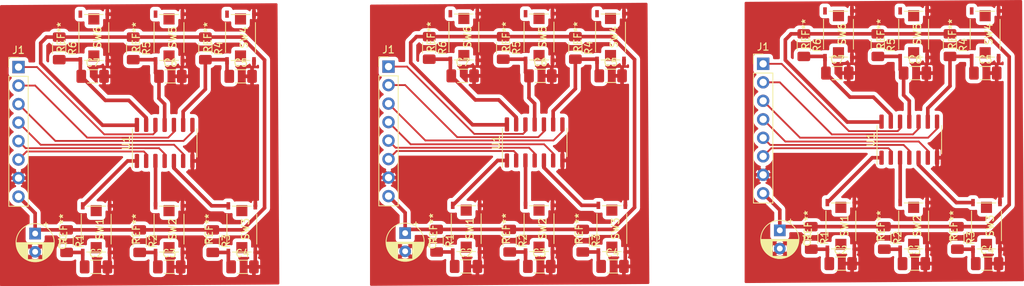
<source format=kicad_pcb>
(kicad_pcb (version 20171130) (host pcbnew "(5.1.9)-1")
  (layers (0 F.Cu signal) (31 B.Cu signal) (34 B.Paste user) (35 F.Paste user) (36 B.SilkS user) (37 F.SilkS user) (38 B.Mask user) (39 F.Mask user) (44 Edge.Cuts user))
  (net 0 "")
  (net 1 "Net-(C2-Pad1)")
  (net 2 +3V3)
  (net 3 GND)
  (net 4 "Net-(C3-Pad1)")
  (net 5 "Net-(C4-Pad1)")
  (net 6 "Net-(C5-Pad1)")
  (net 7 "Net-(C6-Pad1)")
  (net 8 "Net-(C7-Pad1)")
  (net 9 D1)
  (net 10 D6)
  (net 11 D5)
  (net 12 D4)
  (net 13 D3)
  (net 14 D2)
  (module Resistor_SMD:R_1206_3216Metric_Pad1.30x1.75mm_HandSolder (layer F.Cu) (at 162.941 35.8515 270)
    (fp_text reference R4 (at 0 -1.82 90) (layer F.SilkS))
    (fp_text value R)
    (pad 2 smd roundrect (at 1.55 0 270) (size 1.3 1.75) (layers F.Cu F.Paste F.Mask) (roundrect_rratio 0.192308))
    (pad 1 smd roundrect (at -1.55 0 270) (size 1.3 1.75) (layers F.Cu F.Paste F.Mask) (roundrect_rratio 0.192308))
  )
  (module Resistor_SMD:R_1206_3216Metric_Pad1.30x1.75mm_HandSolder (layer F.Cu) (at 142.875 35.8515 270)
    (fp_text reference R6 (at 0 -1.82 90) (layer F.SilkS))
    (fp_text value R)
    (pad 2 smd roundrect (at 1.55 0 270) (size 1.3 1.75) (layers F.Cu F.Paste F.Mask) (roundrect_rratio 0.192308))
    (pad 1 smd roundrect (at -1.55 0 270) (size 1.3 1.75) (layers F.Cu F.Paste F.Mask) (roundrect_rratio 0.192308))
  )
  (module Capacitor_SMD:C_1206_3216Metric_Pad1.33x1.80mm_HandSolder (layer F.Cu) (at 157.988 65.8495)
    (fp_text reference C3 (at 0 -1.85) (layer F.SilkS))
    (fp_text value C)
    (pad 2 smd roundrect (at 1.5625 0) (size 1.325 1.8) (layers F.Cu F.Paste F.Mask) (roundrect_rratio 0.188679))
    (pad 1 smd roundrect (at -1.5625 0) (size 1.325 1.8) (layers F.Cu F.Paste F.Mask) (roundrect_rratio 0.188679))
  )
  (module Resistor_SMD:R_1206_3216Metric_Pad1.30x1.75mm_HandSolder (layer F.Cu) (at 143.891 62.3195 270)
    (fp_text reference R1 (at 0 -1.82 90) (layer F.SilkS))
    (fp_text value R)
    (pad 2 smd roundrect (at 1.55 0 270) (size 1.3 1.75) (layers F.Cu F.Paste F.Mask) (roundrect_rratio 0.192308))
    (pad 1 smd roundrect (at -1.55 0 270) (size 1.3 1.75) (layers F.Cu F.Paste F.Mask) (roundrect_rratio 0.192308))
  )
  (module Capacitor_SMD:C_1206_3216Metric_Pad1.33x1.80mm_HandSolder (layer F.Cu) (at 147.9335 65.8495)
    (fp_text reference C2 (at 0 -1.85) (layer F.SilkS))
    (fp_text value C)
    (pad 2 smd roundrect (at 1.5625 0) (size 1.325 1.8) (layers F.Cu F.Paste F.Mask) (roundrect_rratio 0.188679))
    (pad 1 smd roundrect (at -1.5625 0) (size 1.325 1.8) (layers F.Cu F.Paste F.Mask) (roundrect_rratio 0.188679))
  )
  (module Resistor_SMD:R_1206_3216Metric_Pad1.30x1.75mm_HandSolder (layer F.Cu) (at 153.924 62.3195 270)
    (fp_text reference R2 (at 0 -1.82 90) (layer F.SilkS))
    (fp_text value R)
    (pad 2 smd roundrect (at 1.55 0 270) (size 1.3 1.75) (layers F.Cu F.Paste F.Mask) (roundrect_rratio 0.192308))
    (pad 1 smd roundrect (at -1.55 0 270) (size 1.3 1.75) (layers F.Cu F.Paste F.Mask) (roundrect_rratio 0.192308))
  )
  (module Capacitor_THT:CP_Radial_D5.0mm_P2.50mm (layer F.Cu) (at 139.573 61.2775 270)
    (fp_text reference C1 (at 1.25 -3.75 90) (layer F.SilkS))
    (fp_text value CP)
    (pad 2 thru_hole circle (at 2.5 0 270) (size 1.6 1.6) (drill 0.8) (layers *.Cu *.Mask))
    (pad 1 thru_hole rect (at 0 0 270) (size 1.6 1.6) (drill 0.8) (layers *.Cu *.Mask))
  )
  (module Capacitor_SMD:C_1206_3216Metric_Pad1.33x1.80mm_HandSolder (layer F.Cu) (at 167.7885 39.6875)
    (fp_text reference C5 (at 0 -1.85) (layer F.SilkS))
    (fp_text value C)
    (pad 2 smd roundrect (at 1.5625 0) (size 1.325 1.8) (layers F.Cu F.Paste F.Mask) (roundrect_rratio 0.188679))
    (pad 1 smd roundrect (at -1.5625 0) (size 1.325 1.8) (layers F.Cu F.Paste F.Mask) (roundrect_rratio 0.188679))
  )
  (module Capacitor_SMD:C_1206_3216Metric_Pad1.33x1.80mm_HandSolder (layer F.Cu) (at 168.0425 65.8495)
    (fp_text reference C4 (at 0 -1.85) (layer F.SilkS))
    (fp_text value C)
    (pad 2 smd roundrect (at 1.5625 0) (size 1.325 1.8) (layers F.Cu F.Paste F.Mask) (roundrect_rratio 0.188679))
    (pad 1 smd roundrect (at -1.5625 0) (size 1.325 1.8) (layers F.Cu F.Paste F.Mask) (roundrect_rratio 0.188679))
  )
  (module Package_SO:SOIC-14_3.9x8.7mm_P1.27mm (layer F.Cu) (at 157.353 48.8315 90)
    (fp_text reference U1 (at 0 -5.28 90) (layer F.SilkS))
    (fp_text value 74HC14)
    (pad 14 smd roundrect (at 2.475 -3.81 90) (size 1.95 0.6) (layers F.Cu F.Paste F.Mask))
    (pad 13 smd roundrect (at 2.475 -2.54 90) (size 1.95 0.6) (layers F.Cu F.Paste F.Mask))
    (pad 12 smd roundrect (at 2.475 -1.27 90) (size 1.95 0.6) (layers F.Cu F.Paste F.Mask))
    (pad 11 smd roundrect (at 2.475 0 90) (size 1.95 0.6) (layers F.Cu F.Paste F.Mask))
    (pad 10 smd roundrect (at 2.475 1.27 90) (size 1.95 0.6) (layers F.Cu F.Paste F.Mask))
    (pad 9 smd roundrect (at 2.475 2.54 90) (size 1.95 0.6) (layers F.Cu F.Paste F.Mask))
    (pad 8 smd roundrect (at 2.475 3.81 90) (size 1.95 0.6) (layers F.Cu F.Paste F.Mask))
    (pad 7 smd roundrect (at -2.475 3.81 90) (size 1.95 0.6) (layers F.Cu F.Paste F.Mask))
    (pad 6 smd roundrect (at -2.475 2.54 90) (size 1.95 0.6) (layers F.Cu F.Paste F.Mask))
    (pad 5 smd roundrect (at -2.475 1.27 90) (size 1.95 0.6) (layers F.Cu F.Paste F.Mask))
    (pad 4 smd roundrect (at -2.475 0 90) (size 1.95 0.6) (layers F.Cu F.Paste F.Mask))
    (pad 3 smd roundrect (at -2.475 -1.27 90) (size 1.95 0.6) (layers F.Cu F.Paste F.Mask))
    (pad 2 smd roundrect (at -2.475 -2.54 90) (size 1.95 0.6) (layers F.Cu F.Paste F.Mask))
    (pad 1 smd roundrect (at -2.475 -3.81 90) (size 1.95 0.6) (layers F.Cu F.Paste F.Mask))
  )
  (module Resistor_SMD:R_1206_3216Metric_Pad1.30x1.75mm_HandSolder (layer F.Cu) (at 163.957 62.3195 270)
    (fp_text reference R3 (at 0 -1.82 90) (layer F.SilkS))
    (fp_text value R)
    (pad 2 smd roundrect (at 1.55 0 270) (size 1.3 1.75) (layers F.Cu F.Paste F.Mask) (roundrect_rratio 0.192308))
    (pad 1 smd roundrect (at -1.55 0 270) (size 1.3 1.75) (layers F.Cu F.Paste F.Mask) (roundrect_rratio 0.192308))
  )
  (module Connector_PinHeader_2.54mm:PinHeader_1x08_P2.54mm_Vertical (layer F.Cu) (at 137.287 38.4175)
    (fp_text reference J1 (at 0 -2.33) (layer F.SilkS))
    (fp_text value Conn_01x08_Male)
    (pad 8 thru_hole oval (at 0 17.78) (size 1.7 1.7) (drill 1) (layers *.Cu *.Mask))
    (pad 7 thru_hole oval (at 0 15.24) (size 1.7 1.7) (drill 1) (layers *.Cu *.Mask))
    (pad 6 thru_hole oval (at 0 12.7) (size 1.7 1.7) (drill 1) (layers *.Cu *.Mask))
    (pad 5 thru_hole oval (at 0 10.16) (size 1.7 1.7) (drill 1) (layers *.Cu *.Mask))
    (pad 4 thru_hole oval (at 0 7.62) (size 1.7 1.7) (drill 1) (layers *.Cu *.Mask))
    (pad 3 thru_hole oval (at 0 5.08) (size 1.7 1.7) (drill 1) (layers *.Cu *.Mask))
    (pad 2 thru_hole oval (at 0 2.54) (size 1.7 1.7) (drill 1) (layers *.Cu *.Mask))
    (pad 1 thru_hole rect (at 0 0) (size 1.7 1.7) (drill 1) (layers *.Cu *.Mask))
  )
  (module Resistor_SMD:R_1206_3216Metric_Pad1.30x1.75mm_HandSolder (layer F.Cu) (at 153.035 35.8515 270)
    (fp_text reference R5 (at 0 -1.82 90) (layer F.SilkS))
    (fp_text value R)
    (pad 2 smd roundrect (at 1.55 0 270) (size 1.3 1.75) (layers F.Cu F.Paste F.Mask) (roundrect_rratio 0.192308))
    (pad 1 smd roundrect (at -1.55 0 270) (size 1.3 1.75) (layers F.Cu F.Paste F.Mask) (roundrect_rratio 0.192308))
  )
  (module Capacitor_SMD:C_1206_3216Metric_Pad1.33x1.80mm_HandSolder (layer F.Cu) (at 147.4685 39.6875)
    (fp_text reference C7 (at 0 -1.85) (layer F.SilkS))
    (fp_text value C)
    (pad 2 smd roundrect (at 1.5625 0) (size 1.325 1.8) (layers F.Cu F.Paste F.Mask) (roundrect_rratio 0.188679))
    (pad 1 smd roundrect (at -1.5625 0) (size 1.325 1.8) (layers F.Cu F.Paste F.Mask) (roundrect_rratio 0.188679))
  )
  (module Button_Switch_SMD:SW_SPST_SMD_6.4_3.7_v2 (layer F.Cu) (at 147.955 60.6675 90)
    (fp_text reference SW1 (at 0 0.5 90) (layer F.SilkS))
    (fp_text value SW_Push)
    (fp_text user REF** (at 0 -4.5 90) (layer F.SilkS))
    (pad 3 smd rect (at 2.54 0 90) (size 1.524 1.524) (layers F.Cu F.Paste F.Mask))
    (pad 3 smd rect (at -2.54 0 90) (size 1.524 1.524) (layers F.Cu F.Paste F.Mask))
    (pad 2 smd rect (at 3.2 1.85 90) (size 1 0.5) (layers F.Cu F.Paste F.Mask))
    (pad 2 smd rect (at -3.2 1.85 90) (size 1 0.5) (layers F.Cu F.Paste F.Mask))
    (pad 1 smd rect (at 3.2 -1.85 90) (size 1 0.5) (layers F.Cu F.Paste F.Mask))
    (pad 1 smd rect (at -3.2 -1.85 90) (size 1 0.5) (layers F.Cu F.Paste F.Mask))
  )
  (module Button_Switch_SMD:SW_SPST_SMD_6.4_3.7_v2 (layer F.Cu) (at 157.952 34.3535 90)
    (fp_text reference SW5 (at 0 0.5 90) (layer F.SilkS))
    (fp_text value SW_Push)
    (fp_text user REF** (at 0 -4.5 90) (layer F.SilkS))
    (pad 3 smd rect (at 2.54 0 90) (size 1.524 1.524) (layers F.Cu F.Paste F.Mask))
    (pad 3 smd rect (at -2.54 0 90) (size 1.524 1.524) (layers F.Cu F.Paste F.Mask))
    (pad 2 smd rect (at 3.2 1.85 90) (size 1 0.5) (layers F.Cu F.Paste F.Mask))
    (pad 2 smd rect (at -3.2 1.85 90) (size 1 0.5) (layers F.Cu F.Paste F.Mask))
    (pad 1 smd rect (at 3.2 -1.85 90) (size 1 0.5) (layers F.Cu F.Paste F.Mask))
    (pad 1 smd rect (at -3.2 -1.85 90) (size 1 0.5) (layers F.Cu F.Paste F.Mask))
  )
  (module Button_Switch_SMD:SW_SPST_SMD_6.4_3.7_v2 (layer F.Cu) (at 147.629 34.3535 90)
    (fp_text reference SW6 (at 0 0.5 90) (layer F.SilkS))
    (fp_text value SW_Push)
    (fp_text user REF** (at 0 -4.5 90) (layer F.SilkS))
    (pad 3 smd rect (at 2.54 0 90) (size 1.524 1.524) (layers F.Cu F.Paste F.Mask))
    (pad 3 smd rect (at -2.54 0 90) (size 1.524 1.524) (layers F.Cu F.Paste F.Mask))
    (pad 2 smd rect (at 3.2 1.85 90) (size 1 0.5) (layers F.Cu F.Paste F.Mask))
    (pad 2 smd rect (at -3.2 1.85 90) (size 1 0.5) (layers F.Cu F.Paste F.Mask))
    (pad 1 smd rect (at 3.2 -1.85 90) (size 1 0.5) (layers F.Cu F.Paste F.Mask))
    (pad 1 smd rect (at -3.2 -1.85 90) (size 1 0.5) (layers F.Cu F.Paste F.Mask))
  )
  (module Button_Switch_SMD:SW_SPST_SMD_6.4_3.7_v2 (layer F.Cu) (at 167.767 34.3535 90)
    (fp_text reference SW4 (at 0 0.5 90) (layer F.SilkS))
    (fp_text value SW_Push)
    (fp_text user REF** (at 0 -4.5 90) (layer F.SilkS))
    (pad 3 smd rect (at 2.54 0 90) (size 1.524 1.524) (layers F.Cu F.Paste F.Mask))
    (pad 3 smd rect (at -2.54 0 90) (size 1.524 1.524) (layers F.Cu F.Paste F.Mask))
    (pad 2 smd rect (at 3.2 1.85 90) (size 1 0.5) (layers F.Cu F.Paste F.Mask))
    (pad 2 smd rect (at -3.2 1.85 90) (size 1 0.5) (layers F.Cu F.Paste F.Mask))
    (pad 1 smd rect (at 3.2 -1.85 90) (size 1 0.5) (layers F.Cu F.Paste F.Mask))
    (pad 1 smd rect (at -3.2 -1.85 90) (size 1 0.5) (layers F.Cu F.Paste F.Mask))
  )
  (module Button_Switch_SMD:SW_SPST_SMD_6.4_3.7_v2 (layer F.Cu) (at 157.952 60.6675 90)
    (fp_text reference SW2 (at 0 0.5 90) (layer F.SilkS))
    (fp_text value SW_Push)
    (fp_text user REF** (at 0 -4.5 90) (layer F.SilkS))
    (pad 3 smd rect (at 2.54 0 90) (size 1.524 1.524) (layers F.Cu F.Paste F.Mask))
    (pad 3 smd rect (at -2.54 0 90) (size 1.524 1.524) (layers F.Cu F.Paste F.Mask))
    (pad 2 smd rect (at 3.2 1.85 90) (size 1 0.5) (layers F.Cu F.Paste F.Mask))
    (pad 2 smd rect (at -3.2 1.85 90) (size 1 0.5) (layers F.Cu F.Paste F.Mask))
    (pad 1 smd rect (at 3.2 -1.85 90) (size 1 0.5) (layers F.Cu F.Paste F.Mask))
    (pad 1 smd rect (at -3.2 -1.85 90) (size 1 0.5) (layers F.Cu F.Paste F.Mask))
  )
  (module Button_Switch_SMD:SW_SPST_SMD_6.4_3.7_v2 (layer F.Cu) (at 167.949 60.6675 90)
    (fp_text reference SW3 (at 0 0.5 90) (layer F.SilkS))
    (fp_text value SW_Push)
    (fp_text user REF** (at 0 -4.5 90) (layer F.SilkS))
    (pad 3 smd rect (at 2.54 0 90) (size 1.524 1.524) (layers F.Cu F.Paste F.Mask))
    (pad 3 smd rect (at -2.54 0 90) (size 1.524 1.524) (layers F.Cu F.Paste F.Mask))
    (pad 2 smd rect (at 3.2 1.85 90) (size 1 0.5) (layers F.Cu F.Paste F.Mask))
    (pad 2 smd rect (at -3.2 1.85 90) (size 1 0.5) (layers F.Cu F.Paste F.Mask))
    (pad 1 smd rect (at 3.2 -1.85 90) (size 1 0.5) (layers F.Cu F.Paste F.Mask))
    (pad 1 smd rect (at -3.2 -1.85 90) (size 1 0.5) (layers F.Cu F.Paste F.Mask))
  )
  (module Capacitor_SMD:C_1206_3216Metric_Pad1.33x1.80mm_HandSolder (layer F.Cu) (at 158.1365 39.6875)
    (fp_text reference C6 (at 0 -1.85) (layer F.SilkS))
    (fp_text value C)
    (pad 2 smd roundrect (at 1.5625 0) (size 1.325 1.8) (layers F.Cu F.Paste F.Mask) (roundrect_rratio 0.188679))
    (pad 1 smd roundrect (at -1.5625 0) (size 1.325 1.8) (layers F.Cu F.Paste F.Mask) (roundrect_rratio 0.188679))
  )
  (module Capacitor_SMD:C_1206_3216Metric_Pad1.33x1.80mm_HandSolder (layer F.Cu) (at 106.7015 40.0685)
    (fp_text reference C6 (at 0 -1.85) (layer F.SilkS))
    (fp_text value C)
    (pad 1 smd roundrect (at -1.5625 0) (size 1.325 1.8) (layers F.Cu F.Paste F.Mask) (roundrect_rratio 0.188679))
    (pad 2 smd roundrect (at 1.5625 0) (size 1.325 1.8) (layers F.Cu F.Paste F.Mask) (roundrect_rratio 0.188679))
  )
  (module Capacitor_SMD:C_1206_3216Metric_Pad1.33x1.80mm_HandSolder (layer F.Cu) (at 116.3535 40.0685)
    (fp_text reference C5 (at 0 -1.85) (layer F.SilkS))
    (fp_text value C)
    (pad 1 smd roundrect (at -1.5625 0) (size 1.325 1.8) (layers F.Cu F.Paste F.Mask) (roundrect_rratio 0.188679))
    (pad 2 smd roundrect (at 1.5625 0) (size 1.325 1.8) (layers F.Cu F.Paste F.Mask) (roundrect_rratio 0.188679))
  )
  (module Capacitor_SMD:C_1206_3216Metric_Pad1.33x1.80mm_HandSolder (layer F.Cu) (at 116.6075 66.2305)
    (fp_text reference C4 (at 0 -1.85) (layer F.SilkS))
    (fp_text value C)
    (pad 1 smd roundrect (at -1.5625 0) (size 1.325 1.8) (layers F.Cu F.Paste F.Mask) (roundrect_rratio 0.188679))
    (pad 2 smd roundrect (at 1.5625 0) (size 1.325 1.8) (layers F.Cu F.Paste F.Mask) (roundrect_rratio 0.188679))
  )
  (module Capacitor_SMD:C_1206_3216Metric_Pad1.33x1.80mm_HandSolder (layer F.Cu) (at 106.553 66.2305)
    (fp_text reference C3 (at 0 -1.85) (layer F.SilkS))
    (fp_text value C)
    (pad 1 smd roundrect (at -1.5625 0) (size 1.325 1.8) (layers F.Cu F.Paste F.Mask) (roundrect_rratio 0.188679))
    (pad 2 smd roundrect (at 1.5625 0) (size 1.325 1.8) (layers F.Cu F.Paste F.Mask) (roundrect_rratio 0.188679))
  )
  (module Resistor_SMD:R_1206_3216Metric_Pad1.30x1.75mm_HandSolder (layer F.Cu) (at 111.506 36.2325 270)
    (fp_text reference R4 (at 0 -1.82 90) (layer F.SilkS))
    (fp_text value R)
    (pad 1 smd roundrect (at -1.55 0 270) (size 1.3 1.75) (layers F.Cu F.Paste F.Mask) (roundrect_rratio 0.192308))
    (pad 2 smd roundrect (at 1.55 0 270) (size 1.3 1.75) (layers F.Cu F.Paste F.Mask) (roundrect_rratio 0.192308))
  )
  (module Capacitor_SMD:C_1206_3216Metric_Pad1.33x1.80mm_HandSolder (layer F.Cu) (at 96.4985 66.2305)
    (fp_text reference C2 (at 0 -1.85) (layer F.SilkS))
    (fp_text value C)
    (pad 1 smd roundrect (at -1.5625 0) (size 1.325 1.8) (layers F.Cu F.Paste F.Mask) (roundrect_rratio 0.188679))
    (pad 2 smd roundrect (at 1.5625 0) (size 1.325 1.8) (layers F.Cu F.Paste F.Mask) (roundrect_rratio 0.188679))
  )
  (module Resistor_SMD:R_1206_3216Metric_Pad1.30x1.75mm_HandSolder (layer F.Cu) (at 91.44 36.2325 270)
    (fp_text reference R6 (at 0 -1.82 90) (layer F.SilkS))
    (fp_text value R)
    (pad 1 smd roundrect (at -1.55 0 270) (size 1.3 1.75) (layers F.Cu F.Paste F.Mask) (roundrect_rratio 0.192308))
    (pad 2 smd roundrect (at 1.55 0 270) (size 1.3 1.75) (layers F.Cu F.Paste F.Mask) (roundrect_rratio 0.192308))
  )
  (module Capacitor_THT:CP_Radial_D5.0mm_P2.50mm (layer F.Cu) (at 88.138 61.6585 270)
    (fp_text reference C1 (at 1.25 -3.75 90) (layer F.SilkS))
    (fp_text value CP)
    (pad 1 thru_hole rect (at 0 0 270) (size 1.6 1.6) (drill 0.8) (layers *.Cu *.Mask))
    (pad 2 thru_hole circle (at 2.5 0 270) (size 1.6 1.6) (drill 0.8) (layers *.Cu *.Mask))
  )
  (module Resistor_SMD:R_1206_3216Metric_Pad1.30x1.75mm_HandSolder (layer F.Cu) (at 102.489 62.7005 270)
    (fp_text reference R2 (at 0 -1.82 90) (layer F.SilkS))
    (fp_text value R)
    (pad 1 smd roundrect (at -1.55 0 270) (size 1.3 1.75) (layers F.Cu F.Paste F.Mask) (roundrect_rratio 0.192308))
    (pad 2 smd roundrect (at 1.55 0 270) (size 1.3 1.75) (layers F.Cu F.Paste F.Mask) (roundrect_rratio 0.192308))
  )
  (module Resistor_SMD:R_1206_3216Metric_Pad1.30x1.75mm_HandSolder (layer F.Cu) (at 92.456 62.7005 270)
    (fp_text reference R1 (at 0 -1.82 90) (layer F.SilkS))
    (fp_text value R)
    (pad 1 smd roundrect (at -1.55 0 270) (size 1.3 1.75) (layers F.Cu F.Paste F.Mask) (roundrect_rratio 0.192308))
    (pad 2 smd roundrect (at 1.55 0 270) (size 1.3 1.75) (layers F.Cu F.Paste F.Mask) (roundrect_rratio 0.192308))
  )
  (module Package_SO:SOIC-14_3.9x8.7mm_P1.27mm (layer F.Cu) (at 105.918 49.2125 90)
    (fp_text reference U1 (at 0 -5.28 90) (layer F.SilkS))
    (fp_text value 74HC14)
    (pad 1 smd roundrect (at -2.475 -3.81 90) (size 1.95 0.6) (layers F.Cu F.Paste F.Mask))
    (pad 2 smd roundrect (at -2.475 -2.54 90) (size 1.95 0.6) (layers F.Cu F.Paste F.Mask))
    (pad 3 smd roundrect (at -2.475 -1.27 90) (size 1.95 0.6) (layers F.Cu F.Paste F.Mask))
    (pad 4 smd roundrect (at -2.475 0 90) (size 1.95 0.6) (layers F.Cu F.Paste F.Mask))
    (pad 5 smd roundrect (at -2.475 1.27 90) (size 1.95 0.6) (layers F.Cu F.Paste F.Mask))
    (pad 6 smd roundrect (at -2.475 2.54 90) (size 1.95 0.6) (layers F.Cu F.Paste F.Mask))
    (pad 7 smd roundrect (at -2.475 3.81 90) (size 1.95 0.6) (layers F.Cu F.Paste F.Mask))
    (pad 8 smd roundrect (at 2.475 3.81 90) (size 1.95 0.6) (layers F.Cu F.Paste F.Mask))
    (pad 9 smd roundrect (at 2.475 2.54 90) (size 1.95 0.6) (layers F.Cu F.Paste F.Mask))
    (pad 10 smd roundrect (at 2.475 1.27 90) (size 1.95 0.6) (layers F.Cu F.Paste F.Mask))
    (pad 11 smd roundrect (at 2.475 0 90) (size 1.95 0.6) (layers F.Cu F.Paste F.Mask))
    (pad 12 smd roundrect (at 2.475 -1.27 90) (size 1.95 0.6) (layers F.Cu F.Paste F.Mask))
    (pad 13 smd roundrect (at 2.475 -2.54 90) (size 1.95 0.6) (layers F.Cu F.Paste F.Mask))
    (pad 14 smd roundrect (at 2.475 -3.81 90) (size 1.95 0.6) (layers F.Cu F.Paste F.Mask))
  )
  (module Resistor_SMD:R_1206_3216Metric_Pad1.30x1.75mm_HandSolder (layer F.Cu) (at 112.522 62.7005 270)
    (fp_text reference R3 (at 0 -1.82 90) (layer F.SilkS))
    (fp_text value R)
    (pad 1 smd roundrect (at -1.55 0 270) (size 1.3 1.75) (layers F.Cu F.Paste F.Mask) (roundrect_rratio 0.192308))
    (pad 2 smd roundrect (at 1.55 0 270) (size 1.3 1.75) (layers F.Cu F.Paste F.Mask) (roundrect_rratio 0.192308))
  )
  (module Connector_PinHeader_2.54mm:PinHeader_1x08_P2.54mm_Vertical (layer F.Cu) (at 85.852 38.7985)
    (fp_text reference J1 (at 0 -2.33) (layer F.SilkS))
    (fp_text value Conn_01x08_Male)
    (pad 1 thru_hole rect (at 0 0) (size 1.7 1.7) (drill 1) (layers *.Cu *.Mask))
    (pad 2 thru_hole oval (at 0 2.54) (size 1.7 1.7) (drill 1) (layers *.Cu *.Mask))
    (pad 3 thru_hole oval (at 0 5.08) (size 1.7 1.7) (drill 1) (layers *.Cu *.Mask))
    (pad 4 thru_hole oval (at 0 7.62) (size 1.7 1.7) (drill 1) (layers *.Cu *.Mask))
    (pad 5 thru_hole oval (at 0 10.16) (size 1.7 1.7) (drill 1) (layers *.Cu *.Mask))
    (pad 6 thru_hole oval (at 0 12.7) (size 1.7 1.7) (drill 1) (layers *.Cu *.Mask))
    (pad 7 thru_hole oval (at 0 15.24) (size 1.7 1.7) (drill 1) (layers *.Cu *.Mask))
    (pad 8 thru_hole oval (at 0 17.78) (size 1.7 1.7) (drill 1) (layers *.Cu *.Mask))
  )
  (module Resistor_SMD:R_1206_3216Metric_Pad1.30x1.75mm_HandSolder (layer F.Cu) (at 101.6 36.2325 270)
    (fp_text reference R5 (at 0 -1.82 90) (layer F.SilkS))
    (fp_text value R)
    (pad 1 smd roundrect (at -1.55 0 270) (size 1.3 1.75) (layers F.Cu F.Paste F.Mask) (roundrect_rratio 0.192308))
    (pad 2 smd roundrect (at 1.55 0 270) (size 1.3 1.75) (layers F.Cu F.Paste F.Mask) (roundrect_rratio 0.192308))
  )
  (module Capacitor_SMD:C_1206_3216Metric_Pad1.33x1.80mm_HandSolder (layer F.Cu) (at 96.0335 40.0685)
    (fp_text reference C7 (at 0 -1.85) (layer F.SilkS))
    (fp_text value C)
    (pad 1 smd roundrect (at -1.5625 0) (size 1.325 1.8) (layers F.Cu F.Paste F.Mask) (roundrect_rratio 0.188679))
    (pad 2 smd roundrect (at 1.5625 0) (size 1.325 1.8) (layers F.Cu F.Paste F.Mask) (roundrect_rratio 0.188679))
  )
  (module Button_Switch_SMD:SW_SPST_SMD_6.4_3.7_v2 (layer F.Cu) (at 106.517 34.7345 90)
    (fp_text reference SW5 (at 0 0.5 90) (layer F.SilkS))
    (fp_text value SW_Push)
    (fp_text user REF** (at 0 -4.5 90) (layer F.SilkS))
    (pad 1 smd rect (at -3.2 -1.85 90) (size 1 0.5) (layers F.Cu F.Paste F.Mask))
    (pad 1 smd rect (at 3.2 -1.85 90) (size 1 0.5) (layers F.Cu F.Paste F.Mask))
    (pad 2 smd rect (at -3.2 1.85 90) (size 1 0.5) (layers F.Cu F.Paste F.Mask))
    (pad 2 smd rect (at 3.2 1.85 90) (size 1 0.5) (layers F.Cu F.Paste F.Mask))
    (pad 3 smd rect (at -2.54 0 90) (size 1.524 1.524) (layers F.Cu F.Paste F.Mask))
    (pad 3 smd rect (at 2.54 0 90) (size 1.524 1.524) (layers F.Cu F.Paste F.Mask))
  )
  (module Button_Switch_SMD:SW_SPST_SMD_6.4_3.7_v2 (layer F.Cu) (at 96.194 34.7345 90)
    (fp_text reference SW6 (at 0 0.5 90) (layer F.SilkS))
    (fp_text value SW_Push)
    (fp_text user REF** (at 0 -4.5 90) (layer F.SilkS))
    (pad 1 smd rect (at -3.2 -1.85 90) (size 1 0.5) (layers F.Cu F.Paste F.Mask))
    (pad 1 smd rect (at 3.2 -1.85 90) (size 1 0.5) (layers F.Cu F.Paste F.Mask))
    (pad 2 smd rect (at -3.2 1.85 90) (size 1 0.5) (layers F.Cu F.Paste F.Mask))
    (pad 2 smd rect (at 3.2 1.85 90) (size 1 0.5) (layers F.Cu F.Paste F.Mask))
    (pad 3 smd rect (at -2.54 0 90) (size 1.524 1.524) (layers F.Cu F.Paste F.Mask))
    (pad 3 smd rect (at 2.54 0 90) (size 1.524 1.524) (layers F.Cu F.Paste F.Mask))
  )
  (module Button_Switch_SMD:SW_SPST_SMD_6.4_3.7_v2 (layer F.Cu) (at 96.52 61.0485 90)
    (fp_text reference SW1 (at 0 0.5 90) (layer F.SilkS))
    (fp_text value SW_Push)
    (fp_text user REF** (at 0 -4.5 90) (layer F.SilkS))
    (pad 1 smd rect (at -3.2 -1.85 90) (size 1 0.5) (layers F.Cu F.Paste F.Mask))
    (pad 1 smd rect (at 3.2 -1.85 90) (size 1 0.5) (layers F.Cu F.Paste F.Mask))
    (pad 2 smd rect (at -3.2 1.85 90) (size 1 0.5) (layers F.Cu F.Paste F.Mask))
    (pad 2 smd rect (at 3.2 1.85 90) (size 1 0.5) (layers F.Cu F.Paste F.Mask))
    (pad 3 smd rect (at -2.54 0 90) (size 1.524 1.524) (layers F.Cu F.Paste F.Mask))
    (pad 3 smd rect (at 2.54 0 90) (size 1.524 1.524) (layers F.Cu F.Paste F.Mask))
  )
  (module Button_Switch_SMD:SW_SPST_SMD_6.4_3.7_v2 (layer F.Cu) (at 116.332 34.7345 90)
    (fp_text reference SW4 (at 0 0.5 90) (layer F.SilkS))
    (fp_text value SW_Push)
    (fp_text user REF** (at 0 -4.5 90) (layer F.SilkS))
    (pad 1 smd rect (at -3.2 -1.85 90) (size 1 0.5) (layers F.Cu F.Paste F.Mask))
    (pad 1 smd rect (at 3.2 -1.85 90) (size 1 0.5) (layers F.Cu F.Paste F.Mask))
    (pad 2 smd rect (at -3.2 1.85 90) (size 1 0.5) (layers F.Cu F.Paste F.Mask))
    (pad 2 smd rect (at 3.2 1.85 90) (size 1 0.5) (layers F.Cu F.Paste F.Mask))
    (pad 3 smd rect (at -2.54 0 90) (size 1.524 1.524) (layers F.Cu F.Paste F.Mask))
    (pad 3 smd rect (at 2.54 0 90) (size 1.524 1.524) (layers F.Cu F.Paste F.Mask))
  )
  (module Button_Switch_SMD:SW_SPST_SMD_6.4_3.7_v2 (layer F.Cu) (at 106.517 61.0485 90)
    (fp_text reference SW2 (at 0 0.5 90) (layer F.SilkS))
    (fp_text value SW_Push)
    (fp_text user REF** (at 0 -4.5 90) (layer F.SilkS))
    (pad 1 smd rect (at -3.2 -1.85 90) (size 1 0.5) (layers F.Cu F.Paste F.Mask))
    (pad 1 smd rect (at 3.2 -1.85 90) (size 1 0.5) (layers F.Cu F.Paste F.Mask))
    (pad 2 smd rect (at -3.2 1.85 90) (size 1 0.5) (layers F.Cu F.Paste F.Mask))
    (pad 2 smd rect (at 3.2 1.85 90) (size 1 0.5) (layers F.Cu F.Paste F.Mask))
    (pad 3 smd rect (at -2.54 0 90) (size 1.524 1.524) (layers F.Cu F.Paste F.Mask))
    (pad 3 smd rect (at 2.54 0 90) (size 1.524 1.524) (layers F.Cu F.Paste F.Mask))
  )
  (module Button_Switch_SMD:SW_SPST_SMD_6.4_3.7_v2 (layer F.Cu) (at 116.514 61.0485 90)
    (fp_text reference SW3 (at 0 0.5 90) (layer F.SilkS))
    (fp_text value SW_Push)
    (fp_text user REF** (at 0 -4.5 90) (layer F.SilkS))
    (pad 1 smd rect (at -3.2 -1.85 90) (size 1 0.5) (layers F.Cu F.Paste F.Mask))
    (pad 1 smd rect (at 3.2 -1.85 90) (size 1 0.5) (layers F.Cu F.Paste F.Mask))
    (pad 2 smd rect (at -3.2 1.85 90) (size 1 0.5) (layers F.Cu F.Paste F.Mask))
    (pad 2 smd rect (at 3.2 1.85 90) (size 1 0.5) (layers F.Cu F.Paste F.Mask))
    (pad 3 smd rect (at -2.54 0 90) (size 1.524 1.524) (layers F.Cu F.Paste F.Mask))
    (pad 3 smd rect (at 2.54 0 90) (size 1.524 1.524) (layers F.Cu F.Paste F.Mask))
  )
  (module Button_Switch_SMD:SW_SPST_SMD_6.4_3.7_v2 (layer F.Cu) (at 45.394 34.798 90)
    (fp_text reference SW6 (at 0 0.5 90) (layer F.SilkS))
    (fp_text value SW_Push)
    (fp_text user REF** (at 0 -4.5 90) (layer F.SilkS))
    (pad 3 smd rect (at 2.54 0 90) (size 1.524 1.524) (layers F.Cu F.Paste F.Mask))
    (pad 3 smd rect (at -2.54 0 90) (size 1.524 1.524) (layers F.Cu F.Paste F.Mask))
    (pad 2 smd rect (at 3.2 1.85 90) (size 1 0.5) (layers F.Cu F.Paste F.Mask) (net 3 GND))
    (pad 2 smd rect (at -3.2 1.85 90) (size 1 0.5) (layers F.Cu F.Paste F.Mask) (net 3 GND))
    (pad 1 smd rect (at 3.2 -1.85 90) (size 1 0.5) (layers F.Cu F.Paste F.Mask) (net 8 "Net-(C7-Pad1)"))
    (pad 1 smd rect (at -3.2 -1.85 90) (size 1 0.5) (layers F.Cu F.Paste F.Mask) (net 8 "Net-(C7-Pad1)"))
  )
  (module Button_Switch_SMD:SW_SPST_SMD_6.4_3.7_v2 (layer F.Cu) (at 55.717 34.798 90)
    (fp_text reference SW5 (at 0 0.5 90) (layer F.SilkS))
    (fp_text value SW_Push)
    (fp_text user REF** (at 0 -4.5 90) (layer F.SilkS))
    (pad 3 smd rect (at 2.54 0 90) (size 1.524 1.524) (layers F.Cu F.Paste F.Mask))
    (pad 3 smd rect (at -2.54 0 90) (size 1.524 1.524) (layers F.Cu F.Paste F.Mask))
    (pad 2 smd rect (at 3.2 1.85 90) (size 1 0.5) (layers F.Cu F.Paste F.Mask) (net 3 GND))
    (pad 2 smd rect (at -3.2 1.85 90) (size 1 0.5) (layers F.Cu F.Paste F.Mask) (net 3 GND))
    (pad 1 smd rect (at 3.2 -1.85 90) (size 1 0.5) (layers F.Cu F.Paste F.Mask) (net 7 "Net-(C6-Pad1)"))
    (pad 1 smd rect (at -3.2 -1.85 90) (size 1 0.5) (layers F.Cu F.Paste F.Mask) (net 7 "Net-(C6-Pad1)"))
  )
  (module Button_Switch_SMD:SW_SPST_SMD_6.4_3.7_v2 (layer F.Cu) (at 65.532 34.798 90)
    (fp_text reference SW4 (at 0 0.5 90) (layer F.SilkS))
    (fp_text value SW_Push)
    (fp_text user REF** (at 0 -4.5 90) (layer F.SilkS))
    (pad 3 smd rect (at 2.54 0 90) (size 1.524 1.524) (layers F.Cu F.Paste F.Mask))
    (pad 3 smd rect (at -2.54 0 90) (size 1.524 1.524) (layers F.Cu F.Paste F.Mask))
    (pad 2 smd rect (at 3.2 1.85 90) (size 1 0.5) (layers F.Cu F.Paste F.Mask) (net 3 GND))
    (pad 2 smd rect (at -3.2 1.85 90) (size 1 0.5) (layers F.Cu F.Paste F.Mask) (net 3 GND))
    (pad 1 smd rect (at 3.2 -1.85 90) (size 1 0.5) (layers F.Cu F.Paste F.Mask) (net 6 "Net-(C5-Pad1)"))
    (pad 1 smd rect (at -3.2 -1.85 90) (size 1 0.5) (layers F.Cu F.Paste F.Mask) (net 6 "Net-(C5-Pad1)"))
  )
  (module Button_Switch_SMD:SW_SPST_SMD_6.4_3.7_v2 (layer F.Cu) (at 65.714 61.112 90)
    (fp_text reference SW3 (at 0 0.5 90) (layer F.SilkS))
    (fp_text value SW_Push)
    (fp_text user REF** (at 0 -4.5 90) (layer F.SilkS))
    (pad 3 smd rect (at 2.54 0 90) (size 1.524 1.524) (layers F.Cu F.Paste F.Mask))
    (pad 3 smd rect (at -2.54 0 90) (size 1.524 1.524) (layers F.Cu F.Paste F.Mask))
    (pad 2 smd rect (at 3.2 1.85 90) (size 1 0.5) (layers F.Cu F.Paste F.Mask) (net 3 GND))
    (pad 2 smd rect (at -3.2 1.85 90) (size 1 0.5) (layers F.Cu F.Paste F.Mask) (net 3 GND))
    (pad 1 smd rect (at 3.2 -1.85 90) (size 1 0.5) (layers F.Cu F.Paste F.Mask) (net 5 "Net-(C4-Pad1)"))
    (pad 1 smd rect (at -3.2 -1.85 90) (size 1 0.5) (layers F.Cu F.Paste F.Mask) (net 5 "Net-(C4-Pad1)"))
  )
  (module Button_Switch_SMD:SW_SPST_SMD_6.4_3.7_v2 (layer F.Cu) (at 55.717 61.112 90)
    (fp_text reference SW2 (at 0 0.5 90) (layer F.SilkS))
    (fp_text value SW_Push)
    (fp_text user REF** (at 0 -4.5 90) (layer F.SilkS))
    (pad 3 smd rect (at 2.54 0 90) (size 1.524 1.524) (layers F.Cu F.Paste F.Mask))
    (pad 3 smd rect (at -2.54 0 90) (size 1.524 1.524) (layers F.Cu F.Paste F.Mask))
    (pad 2 smd rect (at 3.2 1.85 90) (size 1 0.5) (layers F.Cu F.Paste F.Mask) (net 3 GND))
    (pad 2 smd rect (at -3.2 1.85 90) (size 1 0.5) (layers F.Cu F.Paste F.Mask) (net 3 GND))
    (pad 1 smd rect (at 3.2 -1.85 90) (size 1 0.5) (layers F.Cu F.Paste F.Mask) (net 4 "Net-(C3-Pad1)"))
    (pad 1 smd rect (at -3.2 -1.85 90) (size 1 0.5) (layers F.Cu F.Paste F.Mask) (net 4 "Net-(C3-Pad1)"))
  )
  (module Button_Switch_SMD:SW_SPST_SMD_6.4_3.7_v2 (layer F.Cu) (at 45.72 61.112 90)
    (fp_text reference SW1 (at 0 0.5 90) (layer F.SilkS))
    (fp_text value SW_Push)
    (fp_text user REF** (at 0 -4.5 90) (layer F.SilkS))
    (pad 3 smd rect (at 2.54 0 90) (size 1.524 1.524) (layers F.Cu F.Paste F.Mask))
    (pad 3 smd rect (at -2.54 0 90) (size 1.524 1.524) (layers F.Cu F.Paste F.Mask))
    (pad 2 smd rect (at 3.2 1.85 90) (size 1 0.5) (layers F.Cu F.Paste F.Mask) (net 3 GND))
    (pad 2 smd rect (at -3.2 1.85 90) (size 1 0.5) (layers F.Cu F.Paste F.Mask) (net 3 GND))
    (pad 1 smd rect (at 3.2 -1.85 90) (size 1 0.5) (layers F.Cu F.Paste F.Mask) (net 1 "Net-(C2-Pad1)"))
    (pad 1 smd rect (at -3.2 -1.85 90) (size 1 0.5) (layers F.Cu F.Paste F.Mask) (net 1 "Net-(C2-Pad1)"))
  )
  (module Capacitor_SMD:C_1206_3216Metric_Pad1.33x1.80mm_HandSolder (layer F.Cu) (at 45.2335 40.132)
    (fp_text reference C7 (at 0 -1.85) (layer F.SilkS))
    (fp_text value C)
    (pad 2 smd roundrect (at 1.5625 0) (size 1.325 1.8) (layers F.Cu F.Paste F.Mask) (roundrect_rratio 0.188679) (net 3 GND))
    (pad 1 smd roundrect (at -1.5625 0) (size 1.325 1.8) (layers F.Cu F.Paste F.Mask) (roundrect_rratio 0.188679) (net 8 "Net-(C7-Pad1)"))
  )
  (module Capacitor_SMD:C_1206_3216Metric_Pad1.33x1.80mm_HandSolder (layer F.Cu) (at 55.9015 40.132)
    (fp_text reference C6 (at 0 -1.85) (layer F.SilkS))
    (fp_text value C)
    (pad 2 smd roundrect (at 1.5625 0) (size 1.325 1.8) (layers F.Cu F.Paste F.Mask) (roundrect_rratio 0.188679) (net 3 GND))
    (pad 1 smd roundrect (at -1.5625 0) (size 1.325 1.8) (layers F.Cu F.Paste F.Mask) (roundrect_rratio 0.188679) (net 7 "Net-(C6-Pad1)"))
  )
  (module Capacitor_SMD:C_1206_3216Metric_Pad1.33x1.80mm_HandSolder (layer F.Cu) (at 65.5535 40.132)
    (fp_text reference C5 (at 0 -1.85) (layer F.SilkS))
    (fp_text value C)
    (pad 2 smd roundrect (at 1.5625 0) (size 1.325 1.8) (layers F.Cu F.Paste F.Mask) (roundrect_rratio 0.188679) (net 3 GND))
    (pad 1 smd roundrect (at -1.5625 0) (size 1.325 1.8) (layers F.Cu F.Paste F.Mask) (roundrect_rratio 0.188679) (net 6 "Net-(C5-Pad1)"))
  )
  (module Capacitor_SMD:C_1206_3216Metric_Pad1.33x1.80mm_HandSolder (layer F.Cu) (at 65.8075 66.294)
    (fp_text reference C4 (at 0 -1.85) (layer F.SilkS))
    (fp_text value C)
    (pad 2 smd roundrect (at 1.5625 0) (size 1.325 1.8) (layers F.Cu F.Paste F.Mask) (roundrect_rratio 0.188679) (net 3 GND))
    (pad 1 smd roundrect (at -1.5625 0) (size 1.325 1.8) (layers F.Cu F.Paste F.Mask) (roundrect_rratio 0.188679) (net 5 "Net-(C4-Pad1)"))
  )
  (module Capacitor_SMD:C_1206_3216Metric_Pad1.33x1.80mm_HandSolder (layer F.Cu) (at 55.753 66.294)
    (fp_text reference C3 (at 0 -1.85) (layer F.SilkS))
    (fp_text value C)
    (pad 2 smd roundrect (at 1.5625 0) (size 1.325 1.8) (layers F.Cu F.Paste F.Mask) (roundrect_rratio 0.188679) (net 3 GND))
    (pad 1 smd roundrect (at -1.5625 0) (size 1.325 1.8) (layers F.Cu F.Paste F.Mask) (roundrect_rratio 0.188679) (net 4 "Net-(C3-Pad1)"))
  )
  (module Capacitor_SMD:C_1206_3216Metric_Pad1.33x1.80mm_HandSolder (layer F.Cu) (at 45.6985 66.294)
    (fp_text reference C2 (at 0 -1.85) (layer F.SilkS))
    (fp_text value C)
    (pad 2 smd roundrect (at 1.5625 0) (size 1.325 1.8) (layers F.Cu F.Paste F.Mask) (roundrect_rratio 0.188679) (net 3 GND))
    (pad 1 smd roundrect (at -1.5625 0) (size 1.325 1.8) (layers F.Cu F.Paste F.Mask) (roundrect_rratio 0.188679) (net 1 "Net-(C2-Pad1)"))
  )
  (module Capacitor_THT:CP_Radial_D5.0mm_P2.50mm (layer F.Cu) (at 37.338 61.722 270)
    (fp_text reference C1 (at 1.25 -3.75 90) (layer F.SilkS))
    (fp_text value CP)
    (pad 2 thru_hole circle (at 2.5 0 270) (size 1.6 1.6) (drill 0.8) (layers *.Cu *.Mask) (net 3 GND))
    (pad 1 thru_hole rect (at 0 0 270) (size 1.6 1.6) (drill 0.8) (layers *.Cu *.Mask) (net 2 +3V3))
  )
  (module Package_SO:SOIC-14_3.9x8.7mm_P1.27mm (layer F.Cu) (at 55.118 49.276 90)
    (fp_text reference U1 (at 0 -5.28 90) (layer F.SilkS))
    (fp_text value 74HC14)
    (pad 14 smd roundrect (at 2.475 -3.81 90) (size 1.95 0.6) (layers F.Cu F.Paste F.Mask) (net 2 +3V3))
    (pad 13 smd roundrect (at 2.475 -2.54 90) (size 1.95 0.6) (layers F.Cu F.Paste F.Mask) (net 8 "Net-(C7-Pad1)"))
    (pad 12 smd roundrect (at 2.475 -1.27 90) (size 1.95 0.6) (layers F.Cu F.Paste F.Mask) (net 10 D6))
    (pad 11 smd roundrect (at 2.475 0 90) (size 1.95 0.6) (layers F.Cu F.Paste F.Mask) (net 7 "Net-(C6-Pad1)"))
    (pad 10 smd roundrect (at 2.475 1.27 90) (size 1.95 0.6) (layers F.Cu F.Paste F.Mask) (net 11 D5))
    (pad 9 smd roundrect (at 2.475 2.54 90) (size 1.95 0.6) (layers F.Cu F.Paste F.Mask) (net 6 "Net-(C5-Pad1)"))
    (pad 8 smd roundrect (at 2.475 3.81 90) (size 1.95 0.6) (layers F.Cu F.Paste F.Mask) (net 12 D4))
    (pad 7 smd roundrect (at -2.475 3.81 90) (size 1.95 0.6) (layers F.Cu F.Paste F.Mask) (net 3 GND))
    (pad 6 smd roundrect (at -2.475 2.54 90) (size 1.95 0.6) (layers F.Cu F.Paste F.Mask) (net 13 D3))
    (pad 5 smd roundrect (at -2.475 1.27 90) (size 1.95 0.6) (layers F.Cu F.Paste F.Mask) (net 5 "Net-(C4-Pad1)"))
    (pad 4 smd roundrect (at -2.475 0 90) (size 1.95 0.6) (layers F.Cu F.Paste F.Mask) (net 14 D2))
    (pad 3 smd roundrect (at -2.475 -1.27 90) (size 1.95 0.6) (layers F.Cu F.Paste F.Mask) (net 4 "Net-(C3-Pad1)"))
    (pad 2 smd roundrect (at -2.475 -2.54 90) (size 1.95 0.6) (layers F.Cu F.Paste F.Mask) (net 9 D1))
    (pad 1 smd roundrect (at -2.475 -3.81 90) (size 1.95 0.6) (layers F.Cu F.Paste F.Mask) (net 1 "Net-(C2-Pad1)"))
  )
  (module Resistor_SMD:R_1206_3216Metric_Pad1.30x1.75mm_HandSolder (layer F.Cu) (at 40.64 36.296 270)
    (fp_text reference R6 (at 0 -1.82 90) (layer F.SilkS))
    (fp_text value R)
    (pad 2 smd roundrect (at 1.55 0 270) (size 1.3 1.75) (layers F.Cu F.Paste F.Mask) (roundrect_rratio 0.192308) (net 8 "Net-(C7-Pad1)"))
    (pad 1 smd roundrect (at -1.55 0 270) (size 1.3 1.75) (layers F.Cu F.Paste F.Mask) (roundrect_rratio 0.192308) (net 2 +3V3))
  )
  (module Resistor_SMD:R_1206_3216Metric_Pad1.30x1.75mm_HandSolder (layer F.Cu) (at 50.8 36.296 270)
    (fp_text reference R5 (at 0 -1.82 90) (layer F.SilkS))
    (fp_text value R)
    (pad 2 smd roundrect (at 1.55 0 270) (size 1.3 1.75) (layers F.Cu F.Paste F.Mask) (roundrect_rratio 0.192308) (net 7 "Net-(C6-Pad1)"))
    (pad 1 smd roundrect (at -1.55 0 270) (size 1.3 1.75) (layers F.Cu F.Paste F.Mask) (roundrect_rratio 0.192308) (net 2 +3V3))
  )
  (module Resistor_SMD:R_1206_3216Metric_Pad1.30x1.75mm_HandSolder (layer F.Cu) (at 60.706 36.296 270)
    (fp_text reference R4 (at 0 -1.82 90) (layer F.SilkS))
    (fp_text value R)
    (pad 2 smd roundrect (at 1.55 0 270) (size 1.3 1.75) (layers F.Cu F.Paste F.Mask) (roundrect_rratio 0.192308) (net 6 "Net-(C5-Pad1)"))
    (pad 1 smd roundrect (at -1.55 0 270) (size 1.3 1.75) (layers F.Cu F.Paste F.Mask) (roundrect_rratio 0.192308) (net 2 +3V3))
  )
  (module Resistor_SMD:R_1206_3216Metric_Pad1.30x1.75mm_HandSolder (layer F.Cu) (at 61.722 62.764 270)
    (fp_text reference R3 (at 0 -1.82 90) (layer F.SilkS))
    (fp_text value R)
    (pad 2 smd roundrect (at 1.55 0 270) (size 1.3 1.75) (layers F.Cu F.Paste F.Mask) (roundrect_rratio 0.192308) (net 5 "Net-(C4-Pad1)"))
    (pad 1 smd roundrect (at -1.55 0 270) (size 1.3 1.75) (layers F.Cu F.Paste F.Mask) (roundrect_rratio 0.192308) (net 2 +3V3))
  )
  (module Resistor_SMD:R_1206_3216Metric_Pad1.30x1.75mm_HandSolder (layer F.Cu) (at 51.689 62.764 270)
    (fp_text reference R2 (at 0 -1.82 90) (layer F.SilkS))
    (fp_text value R)
    (pad 2 smd roundrect (at 1.55 0 270) (size 1.3 1.75) (layers F.Cu F.Paste F.Mask) (roundrect_rratio 0.192308) (net 4 "Net-(C3-Pad1)"))
    (pad 1 smd roundrect (at -1.55 0 270) (size 1.3 1.75) (layers F.Cu F.Paste F.Mask) (roundrect_rratio 0.192308) (net 2 +3V3))
  )
  (module Connector_PinHeader_2.54mm:PinHeader_1x08_P2.54mm_Vertical (layer F.Cu) (at 35.052 38.862)
    (fp_text reference J1 (at 0 -2.33) (layer F.SilkS))
    (fp_text value Conn_01x08_Male)
    (pad 8 thru_hole oval (at 0 17.78) (size 1.7 1.7) (drill 1) (layers *.Cu *.Mask) (net 2 +3V3))
    (pad 7 thru_hole oval (at 0 15.24) (size 1.7 1.7) (drill 1) (layers *.Cu *.Mask) (net 3 GND))
    (pad 6 thru_hole oval (at 0 12.7) (size 1.7 1.7) (drill 1) (layers *.Cu *.Mask) (net 9 D1))
    (pad 5 thru_hole oval (at 0 10.16) (size 1.7 1.7) (drill 1) (layers *.Cu *.Mask) (net 14 D2))
    (pad 4 thru_hole oval (at 0 7.62) (size 1.7 1.7) (drill 1) (layers *.Cu *.Mask) (net 13 D3))
    (pad 3 thru_hole oval (at 0 5.08) (size 1.7 1.7) (drill 1) (layers *.Cu *.Mask) (net 12 D4))
    (pad 2 thru_hole oval (at 0 2.54) (size 1.7 1.7) (drill 1) (layers *.Cu *.Mask) (net 11 D5))
    (pad 1 thru_hole rect (at 0 0) (size 1.7 1.7) (drill 1) (layers *.Cu *.Mask) (net 10 D6))
  )
  (module Resistor_SMD:R_1206_3216Metric_Pad1.30x1.75mm_HandSolder (layer F.Cu) (at 41.656 62.764 270)
    (fp_text reference R1 (at 0 -1.82 90) (layer F.SilkS))
    (fp_text value R)
    (pad 2 smd roundrect (at 1.55 0 270) (size 1.3 1.75) (layers F.Cu F.Paste F.Mask) (roundrect_rratio 0.192308) (net 1 "Net-(C2-Pad1)"))
    (pad 1 smd roundrect (at -1.55 0 270) (size 1.3 1.75) (layers F.Cu F.Paste F.Mask) (roundrect_rratio 0.192308) (net 2 +3V3))
  )
  (segment (start 94.67 57.8485) (end 100.831 51.6875) (width 0.5) (layer F.Cu) (net 0))
  (segment (start 100.831 51.6875) (end 102.108 51.6875) (width 0.5) (layer F.Cu) (net 0))
  (segment (start 94.67 64.2485) (end 94.67 65.4395) (width 0.5) (layer F.Cu) (net 0))
  (segment (start 94.668 64.2505) (end 94.67 64.2485) (width 0.5) (layer F.Cu) (net 0))
  (segment (start 92.456 64.2505) (end 94.668 64.2505) (width 0.5) (layer F.Cu) (net 0))
  (segment (start 88.138 58.8645) (end 85.852 56.5785) (width 0.5) (layer F.Cu) (net 0))
  (segment (start 88.646 61.1505) (end 88.138 61.6585) (width 0.5) (layer F.Cu) (net 0))
  (segment (start 116.490002 34.6825) (end 119.634 37.826498) (width 0.5) (layer F.Cu) (net 0))
  (segment (start 116.622002 61.1505) (end 112.522 61.1505) (width 0.5) (layer F.Cu) (net 0))
  (segment (start 119.634 37.826498) (end 119.634 58.138502) (width 0.5) (layer F.Cu) (net 0))
  (segment (start 97.398186 46.788686) (end 88.9 38.2905) (width 0.5) (layer F.Cu) (net 0))
  (segment (start 102.056814 46.788686) (end 102.108 46.7375) (width 0.5) (layer F.Cu) (net 0))
  (segment (start 119.634 58.138502) (end 116.622002 61.1505) (width 0.5) (layer F.Cu) (net 0))
  (segment (start 88.9 38.239314) (end 88.9 35.4965) (width 0.5) (layer F.Cu) (net 0))
  (segment (start 112.522 61.1505) (end 92.456 61.1505) (width 0.5) (layer F.Cu) (net 0))
  (segment (start 111.76 34.6825) (end 91.694 34.6825) (width 0.5) (layer F.Cu) (net 0))
  (segment (start 88.138 61.6585) (end 88.138 58.8645) (width 0.5) (layer F.Cu) (net 0))
  (segment (start 97.398186 46.788686) (end 102.056814 46.788686) (width 0.5) (layer F.Cu) (net 0))
  (segment (start 92.456 61.1505) (end 88.646 61.1505) (width 0.5) (layer F.Cu) (net 0))
  (segment (start 111.506 34.6825) (end 116.490002 34.6825) (width 0.5) (layer F.Cu) (net 0))
  (segment (start 89.714 34.6825) (end 88.9 35.4965) (width 0.5) (layer F.Cu) (net 0))
  (segment (start 91.642 34.6825) (end 89.662 34.6825) (width 0.5) (layer F.Cu) (net 0))
  (segment (start 97.79 66.2305) (end 98.37 65.6505) (width 0.5) (layer F.Cu) (net 0))
  (segment (start 118.364 64.2485) (end 118.364 65.5115) (width 0.5) (layer F.Cu) (net 0))
  (segment (start 97.536 66.2305) (end 97.79 66.2305) (width 0.5) (layer F.Cu) (net 0))
  (segment (start 108.367 65.454) (end 107.5905 66.2305) (width 0.5) (layer F.Cu) (net 0))
  (segment (start 108.367 64.2485) (end 108.367 65.454) (width 0.5) (layer F.Cu) (net 0))
  (segment (start 118.364 65.5115) (end 117.645 66.2305) (width 0.5) (layer F.Cu) (net 0))
  (segment (start 98.37 65.6505) (end 98.37 64.2485) (width 0.5) (layer F.Cu) (net 0))
  (segment (start 85.374001 54.0385) (end 85.852 54.0385) (width 0.5) (layer F.Cu) (net 0))
  (segment (start 98.37 59.3005) (end 98.298 59.3725) (width 0.5) (layer F.Cu) (net 0))
  (segment (start 85.852 54.0385) (end 84.328 55.5625) (width 0.5) (layer F.Cu) (net 0))
  (segment (start 85.852 53.7845) (end 87.122 52.5145) (width 0.5) (layer F.Cu) (net 0))
  (segment (start 85.852 54.0385) (end 85.852 53.7845) (width 0.5) (layer F.Cu) (net 0))
  (segment (start 85.852 53.7845) (end 84.582 52.5145) (width 0.5) (layer F.Cu) (net 0))
  (segment (start 85.852 54.0385) (end 87.122 55.3085) (width 0.5) (layer F.Cu) (net 0))
  (segment (start 85.852 54.0385) (end 85.852 53.5305) (width 0.5) (layer F.Cu) (net 0))
  (segment (start 102.489 64.2505) (end 104.665 64.2505) (width 0.5) (layer F.Cu) (net 0))
  (segment (start 104.667 51.7065) (end 104.648 51.6875) (width 0.5) (layer F.Cu) (net 0))
  (segment (start 104.665 64.2505) (end 104.667 64.2485) (width 0.5) (layer F.Cu) (net 0))
  (segment (start 104.667 57.8485) (end 104.667 51.7065) (width 0.5) (layer F.Cu) (net 0))
  (segment (start 104.667 64.2485) (end 104.667 65.382) (width 0.5) (layer F.Cu) (net 0))
  (segment (start 107.188 52.6625) (end 107.188 51.6875) (width 0.5) (layer F.Cu) (net 0))
  (segment (start 114.664 57.8485) (end 112.374 57.8485) (width 0.5) (layer F.Cu) (net 0))
  (segment (start 114.664 64.2485) (end 114.664 65.3245) (width 0.5) (layer F.Cu) (net 0))
  (segment (start 112.522 64.2505) (end 114.662 64.2505) (width 0.5) (layer F.Cu) (net 0))
  (segment (start 114.662 64.2505) (end 114.664 64.2485) (width 0.5) (layer F.Cu) (net 0))
  (segment (start 112.374 57.8485) (end 107.188 52.6625) (width 0.5) (layer F.Cu) (net 0))
  (segment (start 111.506 37.7825) (end 114.33 37.7825) (width 0.5) (layer F.Cu) (net 0))
  (segment (start 114.33 37.7825) (end 114.482 37.9345) (width 0.5) (layer F.Cu) (net 0))
  (segment (start 114.482 37.9345) (end 114.482 39.2345) (width 0.5) (layer F.Cu) (net 0))
  (segment (start 108.458 44.8945) (end 111.506 41.8465) (width 0.5) (layer F.Cu) (net 0))
  (segment (start 111.506 41.8465) (end 111.506 37.7825) (width 0.5) (layer F.Cu) (net 0))
  (segment (start 108.458 46.7375) (end 108.458 44.8945) (width 0.5) (layer F.Cu) (net 0))
  (segment (start 104.515 37.7825) (end 104.667 37.9345) (width 0.5) (layer F.Cu) (net 0))
  (segment (start 101.6 37.7825) (end 104.515 37.7825) (width 0.5) (layer F.Cu) (net 0))
  (segment (start 105.918 43.8785) (end 105.139 43.0995) (width 0.5) (layer F.Cu) (net 0))
  (segment (start 105.139 43.0995) (end 105.139 40.0685) (width 0.5) (layer F.Cu) (net 0))
  (segment (start 104.667 39.5965) (end 105.139 40.0685) (width 0.5) (layer F.Cu) (net 0))
  (segment (start 104.667 37.9345) (end 104.667 39.5965) (width 0.5) (layer F.Cu) (net 0))
  (segment (start 105.918 46.7375) (end 105.918 43.8785) (width 0.5) (layer F.Cu) (net 0))
  (segment (start 91.44 37.7825) (end 94.192 37.7825) (width 0.5) (layer F.Cu) (net 0))
  (segment (start 94.192 37.7825) (end 94.344 37.9345) (width 0.5) (layer F.Cu) (net 0))
  (segment (start 94.344 37.9345) (end 94.344 39.4165) (width 0.5) (layer F.Cu) (net 0))
  (segment (start 97.773 43.3705) (end 94.471 40.0685) (width 0.5) (layer F.Cu) (net 0))
  (segment (start 100.986 43.3705) (end 97.773 43.3705) (width 0.5) (layer F.Cu) (net 0))
  (segment (start 103.378 46.7375) (end 103.378 45.7625) (width 0.5) (layer F.Cu) (net 0))
  (segment (start 103.378 45.7625) (end 100.986 43.3705) (width 0.5) (layer F.Cu) (net 0))
  (segment (start 86.96301 50.38749) (end 85.852 51.4985) (width 0.25) (layer F.Cu) (net 0))
  (segment (start 103.378 50.7125) (end 103.05299 50.38749) (width 0.25) (layer F.Cu) (net 0))
  (segment (start 103.05299 50.38749) (end 86.96301 50.38749) (width 0.25) (layer F.Cu) (net 0))
  (segment (start 103.378 51.6875) (end 103.378 50.7125) (width 0.25) (layer F.Cu) (net 0))
  (segment (start 104.648 46.7375) (end 104.648 47.7125) (width 0.25) (layer F.Cu) (net 0))
  (segment (start 104.648 47.7125) (end 104.32299 48.03751) (width 0.25) (layer F.Cu) (net 0))
  (segment (start 97.63101 48.03751) (end 88.392 38.7985) (width 0.25) (layer F.Cu) (net 0))
  (segment (start 88.392 38.7985) (end 85.852 38.7985) (width 0.25) (layer F.Cu) (net 0))
  (segment (start 104.32299 48.03751) (end 97.63101 48.03751) (width 0.25) (layer F.Cu) (net 0))
  (segment (start 95.28702 48.48752) (end 88.138 41.3385) (width 0.25) (layer F.Cu) (net 0))
  (segment (start 107.188 47.7125) (end 106.41298 48.48752) (width 0.25) (layer F.Cu) (net 0))
  (segment (start 107.188 46.7375) (end 107.188 47.7125) (width 0.25) (layer F.Cu) (net 0))
  (segment (start 88.138 41.3385) (end 85.852 41.3385) (width 0.25) (layer F.Cu) (net 0))
  (segment (start 106.41298 48.48752) (end 95.28702 48.48752) (width 0.25) (layer F.Cu) (net 0))
  (segment (start 108.50297 48.93753) (end 90.91103 48.93753) (width 0.25) (layer F.Cu) (net 0))
  (segment (start 109.728 46.7375) (end 109.728 47.7125) (width 0.25) (layer F.Cu) (net 0))
  (segment (start 90.91103 48.93753) (end 85.852 43.8785) (width 0.25) (layer F.Cu) (net 0))
  (segment (start 109.728 47.7125) (end 108.50297 48.93753) (width 0.25) (layer F.Cu) (net 0))
  (segment (start 88.9 49.4665) (end 85.852 46.4185) (width 0.25) (layer F.Cu) (net 0))
  (segment (start 108.458 50.7125) (end 107.212 49.4665) (width 0.25) (layer F.Cu) (net 0))
  (segment (start 108.458 51.6875) (end 108.458 50.7125) (width 0.25) (layer F.Cu) (net 0))
  (segment (start 107.212 49.4665) (end 88.9 49.4665) (width 0.25) (layer F.Cu) (net 0))
  (segment (start 86.83098 49.93748) (end 85.852 48.9585) (width 0.25) (layer F.Cu) (net 0))
  (segment (start 105.918 50.7125) (end 105.14298 49.93748) (width 0.25) (layer F.Cu) (net 0))
  (segment (start 105.14298 49.93748) (end 86.83098 49.93748) (width 0.25) (layer F.Cu) (net 0))
  (segment (start 105.918 51.6875) (end 105.918 50.7125) (width 0.25) (layer F.Cu) (net 0))
  (segment (start 149.805 65.2695) (end 149.805 63.8675) (width 0.5) (layer F.Cu) (net 0))
  (segment (start 149.805 58.9195) (end 149.733 58.9915) (width 0.5) (layer F.Cu) (net 0))
  (segment (start 143.891 63.8695) (end 146.103 63.8695) (width 0.5) (layer F.Cu) (net 0))
  (segment (start 161.163 46.3565) (end 161.163 47.3315) (width 0.25) (layer F.Cu) (net 0))
  (segment (start 154.48799 50.00649) (end 138.39801 50.00649) (width 0.25) (layer F.Cu) (net 0))
  (segment (start 148.833186 46.407686) (end 140.335 37.9095) (width 0.5) (layer F.Cu) (net 0))
  (segment (start 145.627 37.4015) (end 145.779 37.5535) (width 0.5) (layer F.Cu) (net 0))
  (segment (start 159.893 51.3065) (end 159.893 50.3315) (width 0.25) (layer F.Cu) (net 0))
  (segment (start 163.957 60.7695) (end 143.891 60.7695) (width 0.5) (layer F.Cu) (net 0))
  (segment (start 141.149 34.3015) (end 140.335 35.1155) (width 0.5) (layer F.Cu) (net 0))
  (segment (start 143.077 34.3015) (end 141.097 34.3015) (width 0.5) (layer F.Cu) (net 0))
  (segment (start 158.623 47.3315) (end 157.84798 48.10652) (width 0.25) (layer F.Cu) (net 0))
  (segment (start 138.26598 49.55648) (end 137.287 48.5775) (width 0.25) (layer F.Cu) (net 0))
  (segment (start 157.353 50.3315) (end 156.57798 49.55648) (width 0.25) (layer F.Cu) (net 0))
  (segment (start 140.335 37.858314) (end 140.335 35.1155) (width 0.5) (layer F.Cu) (net 0))
  (segment (start 143.891 60.7695) (end 140.081 60.7695) (width 0.5) (layer F.Cu) (net 0))
  (segment (start 169.799 65.1305) (end 169.08 65.8495) (width 0.5) (layer F.Cu) (net 0))
  (segment (start 169.799 63.8675) (end 169.799 65.1305) (width 0.5) (layer F.Cu) (net 0))
  (segment (start 156.102 57.4675) (end 156.102 51.3255) (width 0.5) (layer F.Cu) (net 0))
  (segment (start 166.099 57.4675) (end 163.809 57.4675) (width 0.5) (layer F.Cu) (net 0))
  (segment (start 163.809 57.4675) (end 158.623 52.2815) (width 0.5) (layer F.Cu) (net 0))
  (segment (start 156.083 46.3565) (end 156.083 47.3315) (width 0.25) (layer F.Cu) (net 0))
  (segment (start 153.491814 46.407686) (end 153.543 46.3565) (width 0.5) (layer F.Cu) (net 0))
  (segment (start 171.069 57.757502) (end 168.057002 60.7695) (width 0.5) (layer F.Cu) (net 0))
  (segment (start 159.802 65.073) (end 159.0255 65.8495) (width 0.5) (layer F.Cu) (net 0))
  (segment (start 162.941 34.3015) (end 167.925002 34.3015) (width 0.5) (layer F.Cu) (net 0))
  (segment (start 158.623 52.2815) (end 158.623 51.3065) (width 0.5) (layer F.Cu) (net 0))
  (segment (start 140.081 60.7695) (end 139.573 61.2775) (width 0.5) (layer F.Cu) (net 0))
  (segment (start 153.924 63.8695) (end 156.1 63.8695) (width 0.5) (layer F.Cu) (net 0))
  (segment (start 158.623 46.3565) (end 158.623 47.3315) (width 0.25) (layer F.Cu) (net 0))
  (segment (start 159.802 63.8675) (end 159.802 65.073) (width 0.5) (layer F.Cu) (net 0))
  (segment (start 159.893 50.3315) (end 158.647 49.0855) (width 0.25) (layer F.Cu) (net 0))
  (segment (start 140.335 49.0855) (end 137.287 46.0375) (width 0.25) (layer F.Cu) (net 0))
  (segment (start 168.057002 60.7695) (end 163.957 60.7695) (width 0.5) (layer F.Cu) (net 0))
  (segment (start 146.103 63.8695) (end 146.105 63.8675) (width 0.5) (layer F.Cu) (net 0))
  (segment (start 156.102 51.3255) (end 156.083 51.3065) (width 0.5) (layer F.Cu) (net 0))
  (segment (start 155.95 37.4015) (end 156.102 37.5535) (width 0.5) (layer F.Cu) (net 0))
  (segment (start 139.573 58.4835) (end 137.287 56.1975) (width 0.5) (layer F.Cu) (net 0))
  (segment (start 163.195 34.3015) (end 143.129 34.3015) (width 0.5) (layer F.Cu) (net 0))
  (segment (start 153.035 37.4015) (end 155.95 37.4015) (width 0.5) (layer F.Cu) (net 0))
  (segment (start 146.105 57.4675) (end 152.266 51.3065) (width 0.5) (layer F.Cu) (net 0))
  (segment (start 162.941 37.4015) (end 165.765 37.4015) (width 0.5) (layer F.Cu) (net 0))
  (segment (start 166.099 63.8675) (end 166.099 64.9435) (width 0.5) (layer F.Cu) (net 0))
  (segment (start 163.957 63.8695) (end 166.097 63.8695) (width 0.5) (layer F.Cu) (net 0))
  (segment (start 166.097 63.8695) (end 166.099 63.8675) (width 0.5) (layer F.Cu) (net 0))
  (segment (start 156.102 63.8675) (end 156.102 65.001) (width 0.5) (layer F.Cu) (net 0))
  (segment (start 136.809001 53.6575) (end 137.287 53.6575) (width 0.5) (layer F.Cu) (net 0))
  (segment (start 139.573 61.2775) (end 139.573 58.4835) (width 0.5) (layer F.Cu) (net 0))
  (segment (start 165.765 37.4015) (end 165.917 37.5535) (width 0.5) (layer F.Cu) (net 0))
  (segment (start 148.833186 46.407686) (end 153.491814 46.407686) (width 0.5) (layer F.Cu) (net 0))
  (segment (start 146.72202 48.10652) (end 139.573 40.9575) (width 0.25) (layer F.Cu) (net 0))
  (segment (start 167.925002 34.3015) (end 171.069 37.445498) (width 0.5) (layer F.Cu) (net 0))
  (segment (start 148.971 65.8495) (end 149.225 65.8495) (width 0.5) (layer F.Cu) (net 0))
  (segment (start 138.39801 50.00649) (end 137.287 51.1175) (width 0.25) (layer F.Cu) (net 0))
  (segment (start 156.1 63.8695) (end 156.102 63.8675) (width 0.5) (layer F.Cu) (net 0))
  (segment (start 165.917 37.5535) (end 165.917 38.8535) (width 0.5) (layer F.Cu) (net 0))
  (segment (start 149.225 65.8495) (end 149.805 65.2695) (width 0.5) (layer F.Cu) (net 0))
  (segment (start 146.105 63.8675) (end 146.105 65.0585) (width 0.5) (layer F.Cu) (net 0))
  (segment (start 171.069 37.445498) (end 171.069 57.757502) (width 0.5) (layer F.Cu) (net 0))
  (segment (start 152.266 51.3065) (end 153.543 51.3065) (width 0.5) (layer F.Cu) (net 0))
  (segment (start 142.875 37.4015) (end 145.627 37.4015) (width 0.5) (layer F.Cu) (net 0))
  (segment (start 154.813 50.3315) (end 154.48799 50.00649) (width 0.25) (layer F.Cu) (net 0))
  (segment (start 159.93797 48.55653) (end 142.34603 48.55653) (width 0.25) (layer F.Cu) (net 0))
  (segment (start 142.34603 48.55653) (end 137.287 43.4975) (width 0.25) (layer F.Cu) (net 0))
  (segment (start 137.287 53.6575) (end 138.557 54.9275) (width 0.5) (layer F.Cu) (net 0))
  (segment (start 149.208 42.9895) (end 145.906 39.6875) (width 0.5) (layer F.Cu) (net 0))
  (segment (start 157.84798 48.10652) (end 146.72202 48.10652) (width 0.25) (layer F.Cu) (net 0))
  (segment (start 139.827 38.4175) (end 137.287 38.4175) (width 0.25) (layer F.Cu) (net 0))
  (segment (start 154.813 51.3065) (end 154.813 50.3315) (width 0.25) (layer F.Cu) (net 0))
  (segment (start 145.779 37.5535) (end 145.779 39.0355) (width 0.5) (layer F.Cu) (net 0))
  (segment (start 137.287 53.6575) (end 137.287 53.4035) (width 0.5) (layer F.Cu) (net 0))
  (segment (start 137.287 53.4035) (end 136.017 52.1335) (width 0.5) (layer F.Cu) (net 0))
  (segment (start 159.893 44.5135) (end 162.941 41.4655) (width 0.5) (layer F.Cu) (net 0))
  (segment (start 157.353 51.3065) (end 157.353 50.3315) (width 0.25) (layer F.Cu) (net 0))
  (segment (start 137.287 53.6575) (end 137.287 53.1495) (width 0.5) (layer F.Cu) (net 0))
  (segment (start 154.813 46.3565) (end 154.813 45.3815) (width 0.5) (layer F.Cu) (net 0))
  (segment (start 156.083 47.3315) (end 155.75799 47.65651) (width 0.25) (layer F.Cu) (net 0))
  (segment (start 155.75799 47.65651) (end 149.06601 47.65651) (width 0.25) (layer F.Cu) (net 0))
  (segment (start 137.287 53.4035) (end 138.557 52.1335) (width 0.5) (layer F.Cu) (net 0))
  (segment (start 152.421 42.9895) (end 149.208 42.9895) (width 0.5) (layer F.Cu) (net 0))
  (segment (start 156.574 42.7185) (end 156.574 39.6875) (width 0.5) (layer F.Cu) (net 0))
  (segment (start 154.813 45.3815) (end 152.421 42.9895) (width 0.5) (layer F.Cu) (net 0))
  (segment (start 156.102 37.5535) (end 156.102 39.2155) (width 0.5) (layer F.Cu) (net 0))
  (segment (start 159.893 46.3565) (end 159.893 44.5135) (width 0.5) (layer F.Cu) (net 0))
  (segment (start 157.353 46.3565) (end 157.353 43.4975) (width 0.5) (layer F.Cu) (net 0))
  (segment (start 156.57798 49.55648) (end 138.26598 49.55648) (width 0.25) (layer F.Cu) (net 0))
  (segment (start 156.102 39.2155) (end 156.574 39.6875) (width 0.5) (layer F.Cu) (net 0))
  (segment (start 162.941 41.4655) (end 162.941 37.4015) (width 0.5) (layer F.Cu) (net 0))
  (segment (start 157.353 43.4975) (end 156.574 42.7185) (width 0.5) (layer F.Cu) (net 0))
  (segment (start 161.163 47.3315) (end 159.93797 48.55653) (width 0.25) (layer F.Cu) (net 0))
  (segment (start 158.647 49.0855) (end 140.335 49.0855) (width 0.25) (layer F.Cu) (net 0))
  (segment (start 137.287 53.6575) (end 135.763 55.1815) (width 0.5) (layer F.Cu) (net 0))
  (segment (start 139.573 40.9575) (end 137.287 40.9575) (width 0.25) (layer F.Cu) (net 0))
  (segment (start 149.06601 47.65651) (end 139.827 38.4175) (width 0.25) (layer F.Cu) (net 0))
  (segment (start 43.868 64.314) (end 43.87 64.312) (width 0.5) (layer F.Cu) (net 1))
  (segment (start 41.656 64.314) (end 43.868 64.314) (width 0.5) (layer F.Cu) (net 1))
  (segment (start 43.87 64.312) (end 43.87 65.503) (width 0.5) (layer F.Cu) (net 1))
  (segment (start 50.031 51.751) (end 51.308 51.751) (width 0.5) (layer F.Cu) (net 1))
  (segment (start 43.87 57.912) (end 50.031 51.751) (width 0.5) (layer F.Cu) (net 1))
  (segment (start 61.722 61.214) (end 41.656 61.214) (width 0.5) (layer F.Cu) (net 2))
  (segment (start 60.96 34.746) (end 40.894 34.746) (width 0.5) (layer F.Cu) (net 2))
  (segment (start 37.846 61.214) (end 37.338 61.722) (width 0.5) (layer F.Cu) (net 2))
  (segment (start 41.656 61.214) (end 37.846 61.214) (width 0.5) (layer F.Cu) (net 2))
  (segment (start 37.338 58.928) (end 35.052 56.642) (width 0.5) (layer F.Cu) (net 2))
  (segment (start 37.338 61.722) (end 37.338 58.928) (width 0.5) (layer F.Cu) (net 2))
  (segment (start 65.690002 34.746) (end 68.834 37.889998) (width 0.5) (layer F.Cu) (net 2))
  (segment (start 60.706 34.746) (end 65.690002 34.746) (width 0.5) (layer F.Cu) (net 2))
  (segment (start 65.822002 61.214) (end 61.722 61.214) (width 0.5) (layer F.Cu) (net 2))
  (segment (start 68.834 58.202002) (end 65.822002 61.214) (width 0.5) (layer F.Cu) (net 2))
  (segment (start 68.834 37.889998) (end 68.834 58.202002) (width 0.5) (layer F.Cu) (net 2))
  (segment (start 46.598186 46.852186) (end 38.1 38.354) (width 0.5) (layer F.Cu) (net 2))
  (segment (start 38.1 38.302814) (end 38.1 35.56) (width 0.5) (layer F.Cu) (net 2))
  (segment (start 38.914 34.746) (end 38.1 35.56) (width 0.5) (layer F.Cu) (net 2))
  (segment (start 40.842 34.746) (end 38.862 34.746) (width 0.5) (layer F.Cu) (net 2))
  (segment (start 51.256814 46.852186) (end 51.308 46.801) (width 0.5) (layer F.Cu) (net 2))
  (segment (start 46.598186 46.852186) (end 51.256814 46.852186) (width 0.5) (layer F.Cu) (net 2))
  (segment (start 46.736 66.294) (end 46.99 66.294) (width 0.5) (layer F.Cu) (net 3))
  (segment (start 47.57 65.714) (end 47.57 64.312) (width 0.5) (layer F.Cu) (net 3))
  (segment (start 46.99 66.294) (end 47.57 65.714) (width 0.5) (layer F.Cu) (net 3))
  (segment (start 57.567 65.5175) (end 56.7905 66.294) (width 0.5) (layer F.Cu) (net 3))
  (segment (start 57.567 64.312) (end 57.567 65.5175) (width 0.5) (layer F.Cu) (net 3))
  (segment (start 67.564 65.575) (end 66.845 66.294) (width 0.5) (layer F.Cu) (net 3))
  (segment (start 67.564 64.312) (end 67.564 65.575) (width 0.5) (layer F.Cu) (net 3))
  (segment (start 47.57 59.364) (end 47.498 59.436) (width 0.5) (layer F.Cu) (net 3))
  (segment (start 34.574001 54.102) (end 35.052 54.102) (width 0.5) (layer F.Cu) (net 3))
  (segment (start 35.052 54.102) (end 33.528 55.626) (width 0.5) (layer F.Cu) (net 3))
  (segment (start 35.052 54.102) (end 36.322 55.372) (width 0.5) (layer F.Cu) (net 3))
  (segment (start 35.052 54.102) (end 35.052 53.594) (width 0.5) (layer F.Cu) (net 3))
  (segment (start 35.052 54.102) (end 35.052 53.848) (width 0.5) (layer F.Cu) (net 3))
  (segment (start 35.052 53.848) (end 36.322 52.578) (width 0.5) (layer F.Cu) (net 3))
  (segment (start 35.052 53.848) (end 33.782 52.578) (width 0.5) (layer F.Cu) (net 3))
  (segment (start 53.865 64.314) (end 53.867 64.312) (width 0.5) (layer F.Cu) (net 4))
  (segment (start 51.689 64.314) (end 53.865 64.314) (width 0.5) (layer F.Cu) (net 4))
  (segment (start 53.867 64.312) (end 53.867 65.4455) (width 0.5) (layer F.Cu) (net 4))
  (segment (start 53.867 51.77) (end 53.848 51.751) (width 0.5) (layer F.Cu) (net 4))
  (segment (start 53.867 57.912) (end 53.867 51.77) (width 0.5) (layer F.Cu) (net 4))
  (segment (start 63.862 64.314) (end 63.864 64.312) (width 0.5) (layer F.Cu) (net 5))
  (segment (start 61.722 64.314) (end 63.862 64.314) (width 0.5) (layer F.Cu) (net 5))
  (segment (start 63.864 64.312) (end 63.864 65.388) (width 0.5) (layer F.Cu) (net 5))
  (segment (start 56.388 52.726) (end 56.388 51.751) (width 0.5) (layer F.Cu) (net 5))
  (segment (start 61.574 57.912) (end 56.388 52.726) (width 0.5) (layer F.Cu) (net 5))
  (segment (start 63.864 57.912) (end 61.574 57.912) (width 0.5) (layer F.Cu) (net 5))
  (segment (start 63.682 37.998) (end 63.682 39.298) (width 0.5) (layer F.Cu) (net 6))
  (segment (start 63.53 37.846) (end 63.682 37.998) (width 0.5) (layer F.Cu) (net 6))
  (segment (start 60.706 37.846) (end 63.53 37.846) (width 0.5) (layer F.Cu) (net 6))
  (segment (start 57.658 46.801) (end 57.658 44.958) (width 0.5) (layer F.Cu) (net 6))
  (segment (start 60.706 41.91) (end 60.706 37.846) (width 0.5) (layer F.Cu) (net 6))
  (segment (start 57.658 44.958) (end 60.706 41.91) (width 0.5) (layer F.Cu) (net 6))
  (segment (start 53.715 37.846) (end 53.867 37.998) (width 0.5) (layer F.Cu) (net 7))
  (segment (start 50.8 37.846) (end 53.715 37.846) (width 0.5) (layer F.Cu) (net 7))
  (segment (start 55.118 46.801) (end 55.118 43.942) (width 0.5) (layer F.Cu) (net 7))
  (segment (start 54.339 43.163) (end 54.339 40.132) (width 0.5) (layer F.Cu) (net 7))
  (segment (start 55.118 43.942) (end 54.339 43.163) (width 0.5) (layer F.Cu) (net 7))
  (segment (start 53.867 39.66) (end 54.339 40.132) (width 0.5) (layer F.Cu) (net 7))
  (segment (start 53.867 37.998) (end 53.867 39.66) (width 0.5) (layer F.Cu) (net 7))
  (segment (start 43.544 37.998) (end 43.544 39.48) (width 0.5) (layer F.Cu) (net 8))
  (segment (start 43.392 37.846) (end 43.544 37.998) (width 0.5) (layer F.Cu) (net 8))
  (segment (start 40.64 37.846) (end 43.392 37.846) (width 0.5) (layer F.Cu) (net 8))
  (segment (start 52.578 45.826) (end 50.186 43.434) (width 0.5) (layer F.Cu) (net 8))
  (segment (start 52.578 46.801) (end 52.578 45.826) (width 0.5) (layer F.Cu) (net 8))
  (segment (start 46.973 43.434) (end 43.671 40.132) (width 0.5) (layer F.Cu) (net 8))
  (segment (start 50.186 43.434) (end 46.973 43.434) (width 0.5) (layer F.Cu) (net 8))
  (segment (start 36.16301 50.45099) (end 35.052 51.562) (width 0.25) (layer F.Cu) (net 9))
  (segment (start 52.25299 50.45099) (end 36.16301 50.45099) (width 0.25) (layer F.Cu) (net 9))
  (segment (start 52.578 50.776) (end 52.25299 50.45099) (width 0.25) (layer F.Cu) (net 9))
  (segment (start 52.578 51.751) (end 52.578 50.776) (width 0.25) (layer F.Cu) (net 9))
  (segment (start 53.52299 48.10101) (end 46.83101 48.10101) (width 0.25) (layer F.Cu) (net 10))
  (segment (start 53.848 47.776) (end 53.52299 48.10101) (width 0.25) (layer F.Cu) (net 10))
  (segment (start 53.848 46.801) (end 53.848 47.776) (width 0.25) (layer F.Cu) (net 10))
  (segment (start 37.592 38.862) (end 35.052 38.862) (width 0.25) (layer F.Cu) (net 10))
  (segment (start 46.83101 48.10101) (end 37.592 38.862) (width 0.25) (layer F.Cu) (net 10))
  (segment (start 55.61298 48.55102) (end 44.48702 48.55102) (width 0.25) (layer F.Cu) (net 11))
  (segment (start 56.388 47.776) (end 55.61298 48.55102) (width 0.25) (layer F.Cu) (net 11))
  (segment (start 56.388 46.801) (end 56.388 47.776) (width 0.25) (layer F.Cu) (net 11))
  (segment (start 37.338 41.402) (end 35.052 41.402) (width 0.25) (layer F.Cu) (net 11))
  (segment (start 44.48702 48.55102) (end 37.338 41.402) (width 0.25) (layer F.Cu) (net 11))
  (segment (start 40.11103 49.00103) (end 35.052 43.942) (width 0.25) (layer F.Cu) (net 12))
  (segment (start 57.70297 49.00103) (end 40.11103 49.00103) (width 0.25) (layer F.Cu) (net 12))
  (segment (start 58.928 47.776) (end 57.70297 49.00103) (width 0.25) (layer F.Cu) (net 12))
  (segment (start 58.928 46.801) (end 58.928 47.776) (width 0.25) (layer F.Cu) (net 12))
  (segment (start 57.658 50.776) (end 56.412 49.53) (width 0.25) (layer F.Cu) (net 13))
  (segment (start 57.658 51.751) (end 57.658 50.776) (width 0.25) (layer F.Cu) (net 13))
  (segment (start 38.1 49.53) (end 35.052 46.482) (width 0.25) (layer F.Cu) (net 13))
  (segment (start 56.412 49.53) (end 38.1 49.53) (width 0.25) (layer F.Cu) (net 13))
  (segment (start 36.03098 50.00098) (end 35.052 49.022) (width 0.25) (layer F.Cu) (net 14))
  (segment (start 54.34298 50.00098) (end 36.03098 50.00098) (width 0.25) (layer F.Cu) (net 14))
  (segment (start 55.118 50.776) (end 54.34298 50.00098) (width 0.25) (layer F.Cu) (net 14))
  (segment (start 55.118 51.751) (end 55.118 50.776) (width 0.25) (layer F.Cu) (net 14))
  (zone (net 3) (net_name GND) (layer F.Cu) (connect_pads (clearance 0.508)) (min_thickness 0.3) (fill yes (arc_segments 32) (thermal_gap 0.2) (thermal_bridge_width 0.508))
    (polygon (pts (xy 70.866 68.707) (xy 32.512 68.961) (xy 32.512 30.353) (xy 70.612 30.099)))
  )
  (zone (net 0) (net_name "") (layer F.Cu) (connect_pads (clearance 0.508)) (min_thickness 0.3) (fill yes (arc_segments 32) (thermal_gap 0.2) (thermal_bridge_width 0.508))
    (polygon (pts (xy 121.666 68.6435) (xy 83.312 68.8975) (xy 83.312 30.2895) (xy 121.412 30.0355)))
  )
  (zone (net 0) (net_name "") (layer F.Cu) (connect_pads (clearance 0.508)) (min_thickness 0.3) (fill yes (arc_segments 32) (thermal_gap 0.2) (thermal_bridge_width 0.508))
    (polygon (pts (xy 173.101 68.2625) (xy 134.747 68.5165) (xy 134.747 29.9085) (xy 172.847 29.6545)))
  )
)
</source>
